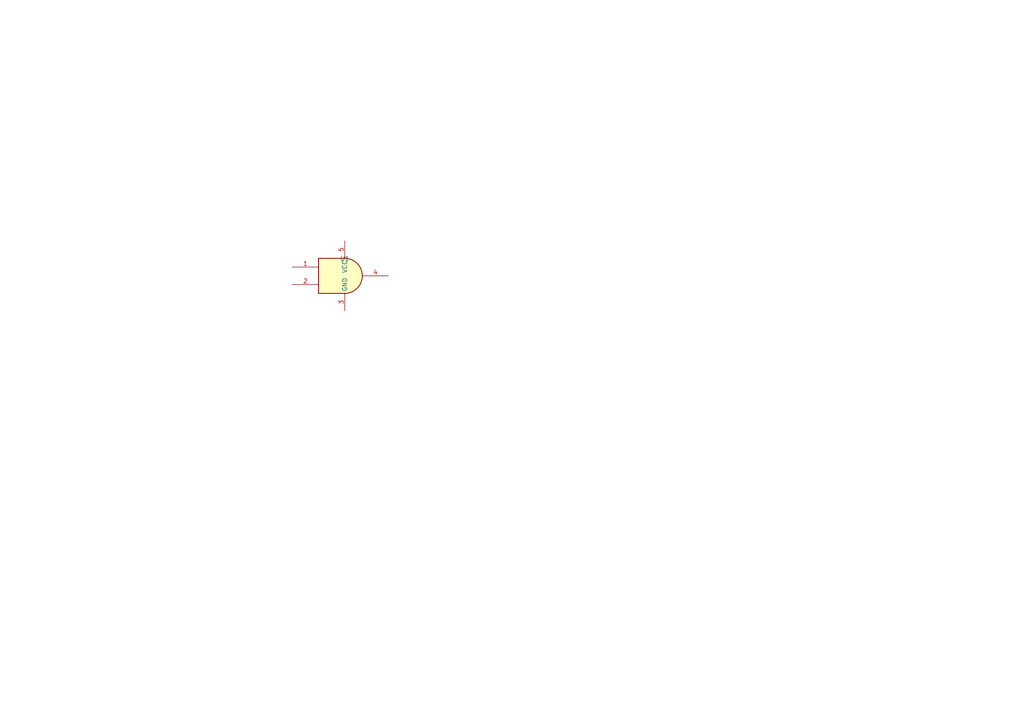
<source format=kicad_sch>
(kicad_sch (version 20211014) (generator kiutils)
  (paper "A4")
  (lib_symbols
    (symbol "74xGxx:74LVC1G08"
      (property "Reference" "U" (at -5.08 7.62 0))
      (property "Value" "74LVC1G08" (at 7.62 -7.62 0))
      (property "Datasheet" "https://www.ti.com/lit/ds/symlink/sn74lvc1g08.pdf" (at 0 0 0))
      (property "Description" "Single AND Gate, Low-Voltage CMOS" (at 0 0 0))
      (property "ki_keywords" "Single Gate AND LVC CMOS" (at 0 0 0))
      (property "ki_fp_filters" "SOT?23* Texas?R-PDSO-G5?DCK* Texas?R-PDSO-N5?DRL* Texas?X2SON*0.8x0.8mm*P0.48mm*" (at 0 0 0))
      (symbol "74LVC1G08_0_1"
        (arc (start 0 5.08) (mid 5.0579 0) (end 0 -5.08) (stroke (width 0.254)) (fill (type background)))
        (polyline (pts (xy 0 -5.08) (xy -7.62 -5.08) (xy -7.62 5.08) (xy 0 5.08)) (stroke (width 0.254)) (fill (type background)))
      )
      (symbol "74LVC1G08_1_1"
        (pin input line (at -15.24 2.54 0) (length 7.62) (name "~") (number "1"))
        (pin input line (at -15.24 -2.54 0) (length 7.62) (name "~") (number "2"))
        (pin power_in line (at 0 10.16 270) (length 5.08) (name "VCC") (number "5"))
        (pin power_in line (at 0 -10.16 90) (length 5.08) (name "GND") (number "3"))
        (pin output line (at 12.7 0 180) (length 7.62) (name "~") (number "4"))
      )
    )
  )
  (symbol (lib_id "74xGxx:74LVC1G08") (at 100 80 0) (unit 1)
    (property "Reference" "U1" (at 100 75 0))
    (property "Value" "74LVC1G08" (effects hide))
  )
)
</source>
